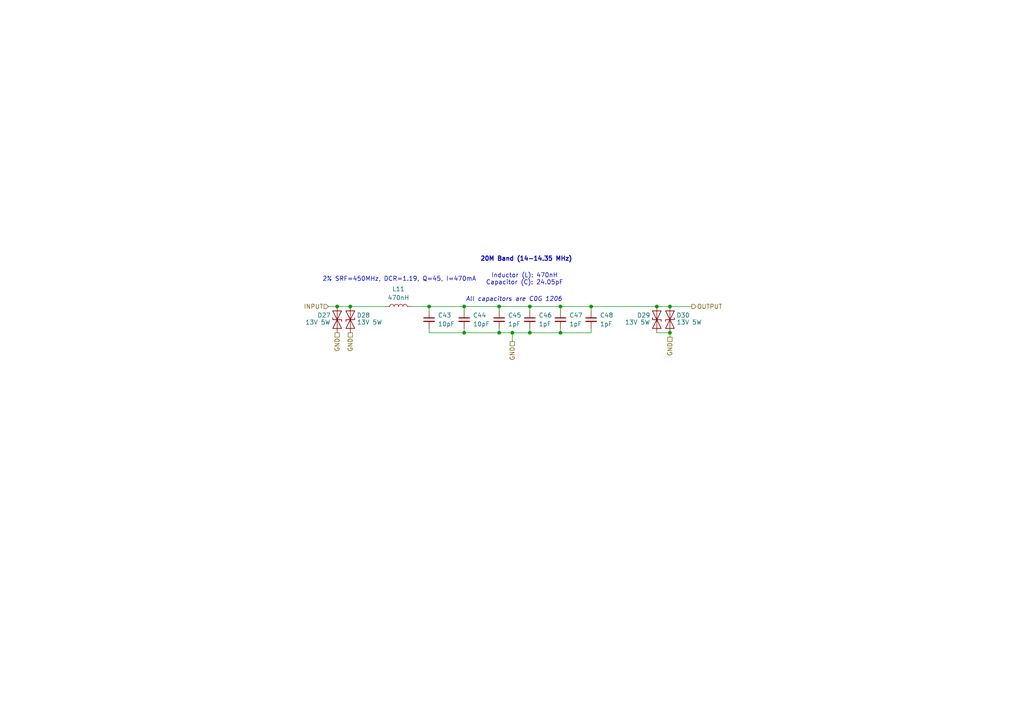
<source format=kicad_sch>
(kicad_sch (version 20231120) (generator "eeschema") (generator_version "8.0")
  (paper "A4")
  (lib_symbols
    (symbol "Device:C_Small" (pin_numbers hide) (pin_names (offset 0.254) hide)
      (property "Reference" "C" (at 0.254 1.778 0))
      (property "Value" "C_Small" (at 0.254 -2.032 0))
      (symbol "C_Small_0_1"
        (polyline (pts (xy -1.524 -0.508) (xy 1.524 -0.508)) (stroke (width 0.3302)))
        (polyline (pts (xy -1.524 0.508) (xy 1.524 0.508)) (stroke (width 0.3048)))
      )
      (symbol "C_Small_1_1"
        (pin passive line (at 0 2.54 270) (length 2.032) (name "~") (number "1"))
        (pin passive line (at 0 -2.54 90) (length 2.032) (name "~") (number "2"))
      )
    )
    (symbol "Device:L" (pin_numbers hide) (pin_names (offset 1.016) hide)
      (property "Reference" "L" (at -1.27 0 90))
      (property "Value" "L" (at 1.905 0 90))
      (symbol "L_0_1"
        (arc (start 0 -2.54) (mid 0.6323 -1.905) (end 0 -1.27))
        (arc (start 0 -1.27) (mid 0.6323 -0.635) (end 0 0))
        (arc (start 0 0) (mid 0.6323 0.635) (end 0 1.27))
        (arc (start 0 1.27) (mid 0.6323 1.905) (end 0 2.54))
      )
      (symbol "L_1_1"
        (pin passive line (at 0 3.81 270) (length 1.27) (name "1") (number "1"))
        (pin passive line (at 0 -3.81 90) (length 1.27) (name "2") (number "2"))
      )
    )
    (symbol "Diode:SD15_SOD323" (pin_numbers hide) (pin_names (offset 1.016) hide)
      (property "Reference" "D" (at 0 2.54 0))
      (property "Value" "SD15_SOD323" (at 0 -2.54 0))
      (symbol "SD15_SOD323_0_1"
        (polyline (pts (xy 1.27 0) (xy -1.27 0)))
        (polyline (pts (xy -2.54 -1.27) (xy 0 0) (xy -2.54 1.27) (xy -2.54 -1.27)) (stroke (width 0.2032)))
        (polyline (pts (xy 0.508 1.27) (xy 0 1.27) (xy 0 -1.27) (xy -0.508 -1.27)) (stroke (width 0.2032)))
        (polyline (pts (xy 2.54 1.27) (xy 2.54 -1.27) (xy 0 0) (xy 2.54 1.27)) (stroke (width 0.2032)))
      )
      (symbol "SD15_SOD323_1_1"
        (pin passive line (at -3.81 0 0) (length 2.54) (name "A1") (number "1"))
        (pin passive line (at 3.81 0 180) (length 2.54) (name "A2") (number "2"))
      )
    )
  )
  (junction (at 134.62 88.9))
  (junction (at 101.6 88.9))
  (junction (at 171.45 88.9))
  (junction (at 194.31 96.52))
  (junction (at 162.56 96.52))
  (junction (at 153.67 88.9))
  (junction (at 97.79 88.9))
  (junction (at 148.59 96.52))
  (junction (at 124.46 88.9))
  (junction (at 144.78 88.9))
  (junction (at 144.78 96.52))
  (junction (at 194.31 88.9))
  (junction (at 134.62 96.52))
  (junction (at 162.56 88.9))
  (junction (at 153.67 96.52))
  (junction (at 190.5 88.9))
  (wire (pts (xy 171.45 88.9) (xy 190.5 88.9)))
  (wire (pts (xy 134.62 95.25) (xy 134.62 96.52)))
  (wire (pts (xy 153.67 96.52) (xy 162.56 96.52)))
  (wire (pts (xy 124.46 95.25) (xy 124.46 96.52)))
  (wire (pts (xy 194.31 88.9) (xy 200.66 88.9)))
  (wire (pts (xy 134.62 88.9) (xy 144.78 88.9)))
  (wire (pts (xy 171.45 95.25) (xy 171.45 96.52)))
  (wire (pts (xy 194.31 96.52) (xy 190.5 96.52)))
  (wire (pts (xy 153.67 95.25) (xy 153.67 96.52)))
  (wire (pts (xy 134.62 96.52) (xy 144.78 96.52)))
  (wire (pts (xy 97.79 88.9) (xy 101.6 88.9)))
  (wire (pts (xy 144.78 96.52) (xy 148.59 96.52)))
  (wire (pts (xy 144.78 88.9) (xy 153.67 88.9)))
  (wire (pts (xy 124.46 88.9) (xy 134.62 88.9)))
  (wire (pts (xy 134.62 88.9) (xy 134.62 90.17)))
  (wire (pts (xy 119.38 88.9) (xy 124.46 88.9)))
  (wire (pts (xy 162.56 96.52) (xy 171.45 96.52)))
  (wire (pts (xy 194.31 96.52) (xy 194.31 97.79)))
  (wire (pts (xy 171.45 88.9) (xy 171.45 90.17)))
  (wire (pts (xy 124.46 96.52) (xy 134.62 96.52)))
  (wire (pts (xy 148.59 96.52) (xy 148.59 99.06)))
  (wire (pts (xy 95.25 88.9) (xy 97.79 88.9)))
  (wire (pts (xy 148.59 96.52) (xy 153.67 96.52)))
  (wire (pts (xy 144.78 95.25) (xy 144.78 96.52)))
  (wire (pts (xy 153.67 88.9) (xy 162.56 88.9)))
  (wire (pts (xy 190.5 88.9) (xy 194.31 88.9)))
  (wire (pts (xy 162.56 88.9) (xy 171.45 88.9)))
  (wire (pts (xy 124.46 88.9) (xy 124.46 90.17)))
  (wire (pts (xy 101.6 88.9) (xy 111.76 88.9)))
  (wire (pts (xy 144.78 88.9) (xy 144.78 90.17)))
  (wire (pts (xy 162.56 95.25) (xy 162.56 96.52)))
  (wire (pts (xy 162.56 88.9) (xy 162.56 90.17)))
  (wire (pts (xy 153.67 88.9) (xy 153.67 90.17)))
  (text "All capacitors are C0G 1206" (at 149.098 86.868 0) (effects (font (size 1.27 1.27) (italic yes))))
  (text "Inductor (L): 470nH\nCapacitor (C): 24.05pF" (at 152.146 81.026 0) (effects (font (size 1.27 1.27))))
  (text "2% SRF=450MHz, DCR=1.19, Q=45, I=470mA" (at 115.824 81.026 0) (effects (font (size 1.27 1.27))))
  (text "20M Band (14-14.35 MHz)" (at 152.654 75.184 0) (effects (font (size 1.27 1.27) (thickness 0.254) (bold yes))))
  (hierarchical_label "GND" (shape passive) (at 194.31 97.79 270))
  (hierarchical_label "OUTPUT" (shape output) (at 200.66 88.9 0))
  (hierarchical_label "GND" (shape passive) (at 97.79 96.52 270))
  (hierarchical_label "INPUT" (shape input) (at 95.25 88.9 180))
  (hierarchical_label "GND" (shape passive) (at 148.59 99.06 270))
  (hierarchical_label "GND" (shape passive) (at 101.6 96.52 270))
  (symbol (lib_id "Diode:SD15_SOD323") (at 97.79 92.71 90) (unit 1)
    (property "Reference" "D27" (at 93.98 91.44 90))
    (property "Value" "13V 5W" (at 92.202 93.472 90))
    (property "Footprint" "Diode_SMD:D_0603_1608Metric" (effects (hide yes)))
    (property "Datasheet" "https://wmsc.lcsc.com/wmsc/upload/file/pdf/v2/lcsc/1912111437_DOWO-SMB5350B_C284082.pdf" (effects (hide yes)))
    (property "Description" "Independent Type 5W 13V SMB(DO-214AA) Zener Diodes ROHS" (effects (hide yes)))
    (property "LCSC Part #" "C284082" (effects (hide yes)))
    (property "MPN" "SMB5350B" (effects (hide yes)))
    (property "Manufacturer" "DOWO" (effects (hide yes)))
  )
  (symbol (lib_id "Device:C_Small") (at 144.78 92.71 0) (unit 1)
    (property "Reference" "C45" (at 147.32 91.4462 0) (effects (justify left)))
    (property "Value" "1pF" (at 147.32 93.9862 0) (effects (justify left)))
    (property "Footprint" "Capacitor_SMD:C_1206_3216Metric" (effects (hide yes)))
    (property "Datasheet" "https://wmsc.lcsc.com/wmsc/upload/file/pdf/v2/lcsc/2304140030_FH--Guangdong-Fenghua-Advanced-Tech-1206CG1R0C500NT_C1891.pdf" (effects (hide yes)))
    (property "Description" "Unpolarized capacitor, small symbol" (effects (hide yes)))
    (property "LCSC Part #" "C1891" (effects (hide yes)))
    (property "MPN" "1206CG1R0C500NT" (effects (hide yes)))
    (property "Manufacturer" "Fenghua" (effects (hide yes)))
  )
  (symbol (lib_id "Device:C_Small") (at 153.67 92.71 0) (unit 1)
    (property "Reference" "C46" (at 156.21 91.4462 0) (effects (justify left)))
    (property "Value" "1pF" (at 156.21 93.9862 0) (effects (justify left)))
    (property "Footprint" "Capacitor_SMD:C_1206_3216Metric" (effects (hide yes)))
    (property "Datasheet" "https://wmsc.lcsc.com/wmsc/upload/file/pdf/v2/lcsc/2304140030_FH--Guangdong-Fenghua-Advanced-Tech-1206CG1R0C500NT_C1891.pdf" (effects (hide yes)))
    (property "Description" "Unpolarized capacitor, small symbol" (effects (hide yes)))
    (property "LCSC Part #" "C1891" (effects (hide yes)))
    (property "MPN" "1206CG1R0C500NT" (effects (hide yes)))
    (property "Manufacturer" "Fenghua" (effects (hide yes)))
  )
  (symbol (lib_id "Device:C_Small") (at 162.56 92.71 0) (unit 1)
    (property "Reference" "C47" (at 165.1 91.4462 0) (effects (justify left)))
    (property "Value" "1pF" (at 165.1 93.9862 0) (effects (justify left)))
    (property "Footprint" "Capacitor_SMD:C_1206_3216Metric" (effects (hide yes)))
    (property "Datasheet" "https://wmsc.lcsc.com/wmsc/upload/file/pdf/v2/lcsc/2304140030_FH--Guangdong-Fenghua-Advanced-Tech-1206CG1R0C500NT_C1891.pdf" (effects (hide yes)))
    (property "Description" "Unpolarized capacitor, small symbol" (effects (hide yes)))
    (property "LCSC Part #" "C1891" (effects (hide yes)))
    (property "MPN" "1206CG1R0C500NT" (effects (hide yes)))
    (property "Manufacturer" "Fenghua" (effects (hide yes)))
  )
  (symbol (lib_id "Device:C_Small") (at 134.62 92.71 0) (unit 1)
    (property "Reference" "C44" (at 137.16 91.4462 0) (effects (justify left)))
    (property "Value" "10pF" (at 137.16 93.9862 0) (effects (justify left)))
    (property "Footprint" "Capacitor_SMD:C_1206_3216Metric" (effects (hide yes)))
    (property "Datasheet" "https://wmsc.lcsc.com/wmsc/upload/file/pdf/v2/lcsc/2304140030_CCTC-TCC1206COG100J102DT_C377014.pdf" (effects (hide yes)))
    (property "Description" "1kV 10pF C0G ±5% 1206 Multilayer Ceramic Capacitors MLCC - SMD/SMT ROHS" (effects (hide yes)))
    (property "LCSC Part #" "C377014" (effects (hide yes)))
    (property "MPN" "TCC1206COG100J102DT" (effects (hide yes)))
    (property "Manufacturer" "CCTC" (effects (hide yes)))
  )
  (symbol (lib_id "Device:C_Small") (at 171.45 92.71 0) (unit 1)
    (property "Reference" "C48" (at 173.99 91.4462 0) (effects (justify left)))
    (property "Value" "1pF" (at 173.99 93.9862 0) (effects (justify left)))
    (property "Footprint" "Capacitor_SMD:C_1206_3216Metric" (effects (hide yes)))
    (property "Datasheet" "https://wmsc.lcsc.com/wmsc/upload/file/pdf/v2/lcsc/2304140030_FH--Guangdong-Fenghua-Advanced-Tech-1206CG1R0C500NT_C1891.pdf" (effects (hide yes)))
    (property "Description" "Unpolarized capacitor, small symbol" (effects (hide yes)))
    (property "LCSC Part #" "C1891" (effects (hide yes)))
    (property "MPN" "1206CG1R0C500NT" (effects (hide yes)))
    (property "Manufacturer" "Fenghua" (effects (hide yes)))
  )
  (symbol (lib_id "Diode:SD15_SOD323") (at 190.5 92.71 90) (unit 1)
    (property "Reference" "D29" (at 186.69 91.44 90))
    (property "Value" "13V 5W" (at 184.912 93.472 90))
    (property "Footprint" "Diode_SMD:D_0603_1608Metric" (effects (hide yes)))
    (property "Datasheet" "https://wmsc.lcsc.com/wmsc/upload/file/pdf/v2/lcsc/1912111437_DOWO-SMB5350B_C284082.pdf" (effects (hide yes)))
    (property "Description" "Independent Type 5W 13V SMB(DO-214AA) Zener Diodes ROHS" (effects (hide yes)))
    (property "LCSC Part #" "C284082" (effects (hide yes)))
    (property "MPN" "SMB5350B" (effects (hide yes)))
    (property "Manufacturer" "DOWO" (effects (hide yes)))
  )
  (symbol (lib_id "Diode:SD15_SOD323") (at 194.31 92.71 270) (mirror x) (unit 1)
    (property "Reference" "D30" (at 198.12 91.44 90))
    (property "Value" "13V 5W" (at 199.898 93.472 90))
    (property "Footprint" "Diode_SMD:D_0603_1608Metric" (effects (hide yes)))
    (property "Datasheet" "https://wmsc.lcsc.com/wmsc/upload/file/pdf/v2/lcsc/1912111437_DOWO-SMB5350B_C284082.pdf" (effects (hide yes)))
    (property "Description" "Independent Type 5W 13V SMB(DO-214AA) Zener Diodes ROHS" (effects (hide yes)))
    (property "LCSC Part #" "C284082" (effects (hide yes)))
    (property "MPN" "SMB5350B" (effects (hide yes)))
    (property "Manufacturer" "DOWO" (effects (hide yes)))
  )
  (symbol (lib_id "Diode:SD15_SOD323") (at 101.6 92.71 270) (mirror x) (unit 1)
    (property "Reference" "D28" (at 105.41 91.44 90))
    (property "Value" "13V 5W" (at 107.188 93.472 90))
    (property "Footprint" "Diode_SMD:D_0603_1608Metric" (effects (hide yes)))
    (property "Datasheet" "https://wmsc.lcsc.com/wmsc/upload/file/pdf/v2/lcsc/1912111437_DOWO-SMB5350B_C284082.pdf" (effects (hide yes)))
    (property "Description" "Independent Type 5W 13V SMB(DO-214AA) Zener Diodes ROHS" (effects (hide yes)))
    (property "LCSC Part #" "C284082" (effects (hide yes)))
    (property "MPN" "SMB5350B" (effects (hide yes)))
    (property "Manufacturer" "DOWO" (effects (hide yes)))
  )
  (symbol (lib_id "Device:L") (at 115.57 88.9 90) (unit 1)
    (property "Reference" "L11" (at 115.57 83.82 90))
    (property "Value" "470nH" (at 115.57 86.36 90))
    (property "Footprint" "Inductor_SMD:L_1008_2520Metric" (effects (hide yes)))
    (property "Datasheet" "https://wmsc.lcsc.com/wmsc/upload/file/pdf/v2/lcsc/1912111437_PSA-Prosperity-Dielectrics-FEC1008CP-R47G-LRH_C346450.pdf" (effects (hide yes)))
    (property "Description" "470mA 470nH ±2% 1.19Ω 1008 Inductors (SMD) ROHS" (effects (hide yes)))
    (property "LCSC Part #" "C346450" (effects (hide yes)))
    (property "MPN" "FEC1008CP-R47G-LRH" (effects (hide yes)))
    (property "Manufacturer" "Prosperity" (effects (hide yes)))
  )
  (symbol (lib_id "Device:C_Small") (at 124.46 92.71 0) (unit 1)
    (property "Reference" "C43" (at 127 91.4462 0) (effects (justify left)))
    (property "Value" "10pF" (at 127 93.9862 0) (effects (justify left)))
    (property "Footprint" "Capacitor_SMD:C_1206_3216Metric" (effects (hide yes)))
    (property "Datasheet" "https://wmsc.lcsc.com/wmsc/upload/file/pdf/v2/lcsc/2304140030_CCTC-TCC1206COG100J102DT_C377014.pdf" (effects (hide yes)))
    (property "Description" "1kV 10pF C0G ±5% 1206 Multilayer Ceramic Capacitors MLCC - SMD/SMT ROHS" (effects (hide yes)))
    (property "LCSC Part #" "C377014" (effects (hide yes)))
    (property "MPN" "TCC1206COG100J102DT" (effects (hide yes)))
    (property "Manufacturer" "CCTC" (effects (hide yes)))
  )
)
</source>
